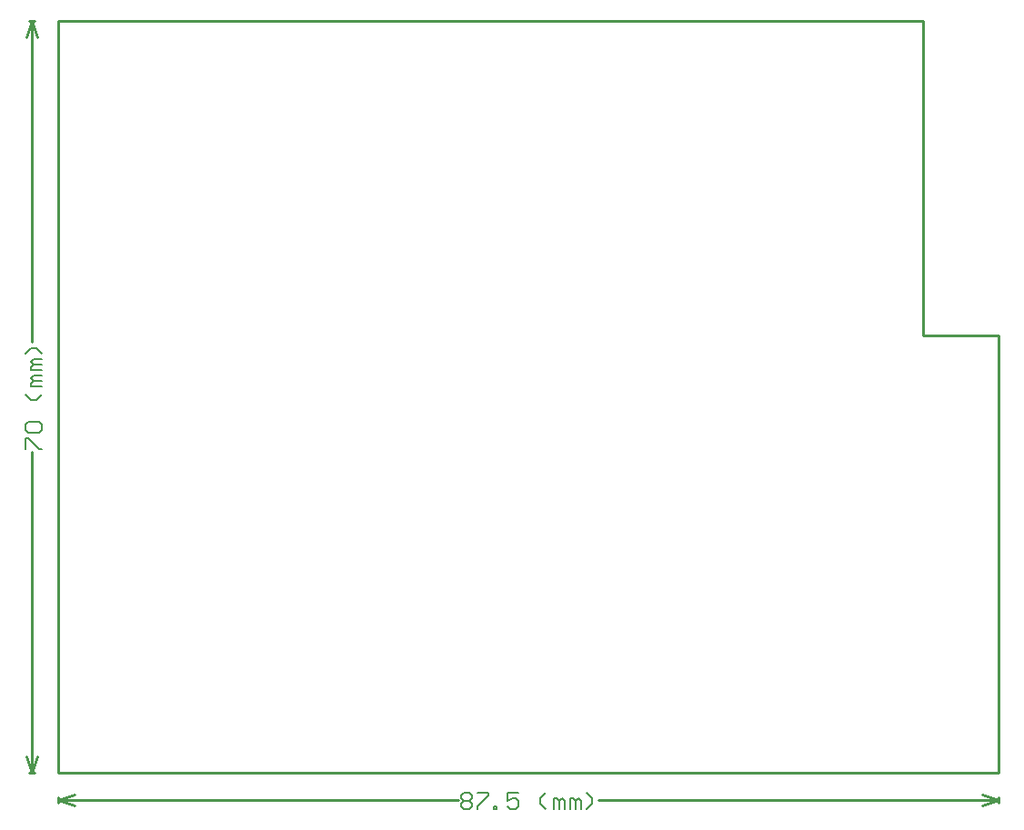
<source format=gko>
G04 Layer_Color=16711935*
%FSTAX24Y24*%
%MOIN*%
G70*
G01*
G75*
%ADD49C,0.0100*%
%ADD54C,0.0060*%
D49*
X445866Y359252D02*
Y375282D01*
X411417Y386811D02*
X443107D01*
Y375282D02*
X445866D01*
X443107D02*
Y386811D01*
X411417Y359252D02*
X445866D01*
X411417D02*
Y386811D01*
Y358268D02*
X426082D01*
X431201D02*
X445866D01*
X411417D02*
X412017Y358468D01*
X411417Y358268D02*
X412017Y358068D01*
X445266Y358468D02*
X445866Y358268D01*
X445266Y358068D02*
X445866Y358268D01*
X411417Y358168D02*
Y358368D01*
X445866Y358168D02*
Y358368D01*
X410433Y359252D02*
Y371022D01*
Y375041D02*
Y386811D01*
X410233Y359852D02*
X410433Y359252D01*
X410633Y359852D01*
X410233Y386211D02*
X410433Y386811D01*
X410633Y386211D01*
X410333Y359252D02*
X410533D01*
X410333Y386811D02*
X410533D01*
D54*
X426183Y358408D02*
X426282Y358508D01*
X426482D01*
X426582Y358408D01*
Y358308D01*
X426482Y358208D01*
X426582Y358108D01*
Y358008D01*
X426482Y357908D01*
X426282D01*
X426183Y358008D01*
Y358108D01*
X426282Y358208D01*
X426183Y358308D01*
Y358408D01*
X426282Y358208D02*
X426482D01*
X426782Y358508D02*
X427182D01*
Y358408D01*
X426782Y358008D01*
Y357908D01*
X427382D02*
Y358008D01*
X427482D01*
Y357908D01*
X427382D01*
X428282Y358508D02*
X427882D01*
Y358208D01*
X428082Y358308D01*
X428182D01*
X428282Y358208D01*
Y358008D01*
X428182Y357908D01*
X427982D01*
X427882Y358008D01*
X429282Y357908D02*
X429082Y358108D01*
Y358308D01*
X429282Y358508D01*
X429581Y357908D02*
Y358308D01*
X429681D01*
X429781Y358208D01*
Y357908D01*
Y358208D01*
X429881Y358308D01*
X429981Y358208D01*
Y357908D01*
X430181D02*
Y358308D01*
X430281D01*
X430381Y358208D01*
Y357908D01*
Y358208D01*
X430481Y358308D01*
X430581Y358208D01*
Y357908D01*
X430781D02*
X430981Y358108D01*
Y358308D01*
X430781Y358508D01*
X410193Y371122D02*
Y371522D01*
X410293D01*
X410693Y371122D01*
X410793D01*
X410293Y371722D02*
X410193Y371822D01*
Y372022D01*
X410293Y372122D01*
X410693D01*
X410793Y372022D01*
Y371822D01*
X410693Y371722D01*
X410293D01*
X410793Y373121D02*
X410593Y372922D01*
X410393D01*
X410193Y373121D01*
X410793Y373421D02*
X410393D01*
Y373521D01*
X410493Y373621D01*
X410793D01*
X410493D01*
X410393Y373721D01*
X410493Y373821D01*
X410793D01*
Y374021D02*
X410393D01*
Y374121D01*
X410493Y374221D01*
X410793D01*
X410493D01*
X410393Y374321D01*
X410493Y374421D01*
X410793D01*
Y374621D02*
X410593Y374821D01*
X410393D01*
X410193Y374621D01*
M02*

</source>
